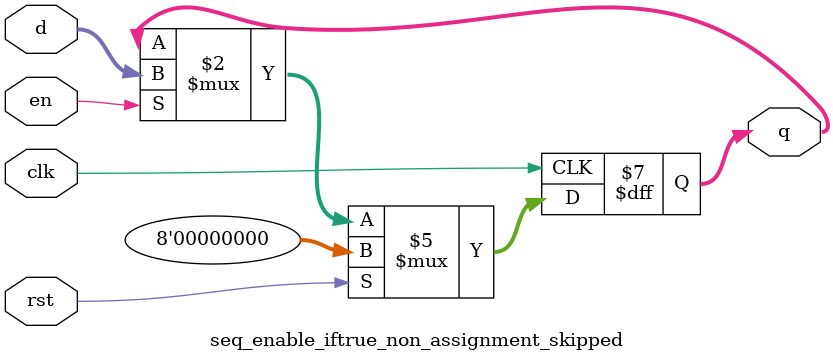
<source format=sv>
module seq_enable_iftrue_non_assignment_skipped(
  input logic clk,
  input logic rst,
  input logic en,
  input logic [7:0] d,
  output logic [7:0] q
);
  // Unsupported extraction case: enable if-true branch is not a single assignment.
  always_ff @(posedge clk) begin
    if (rst) q <= 8'h00;
    else if (en) begin
      q <= d;
      q <= d;
    end
  end
endmodule

</source>
